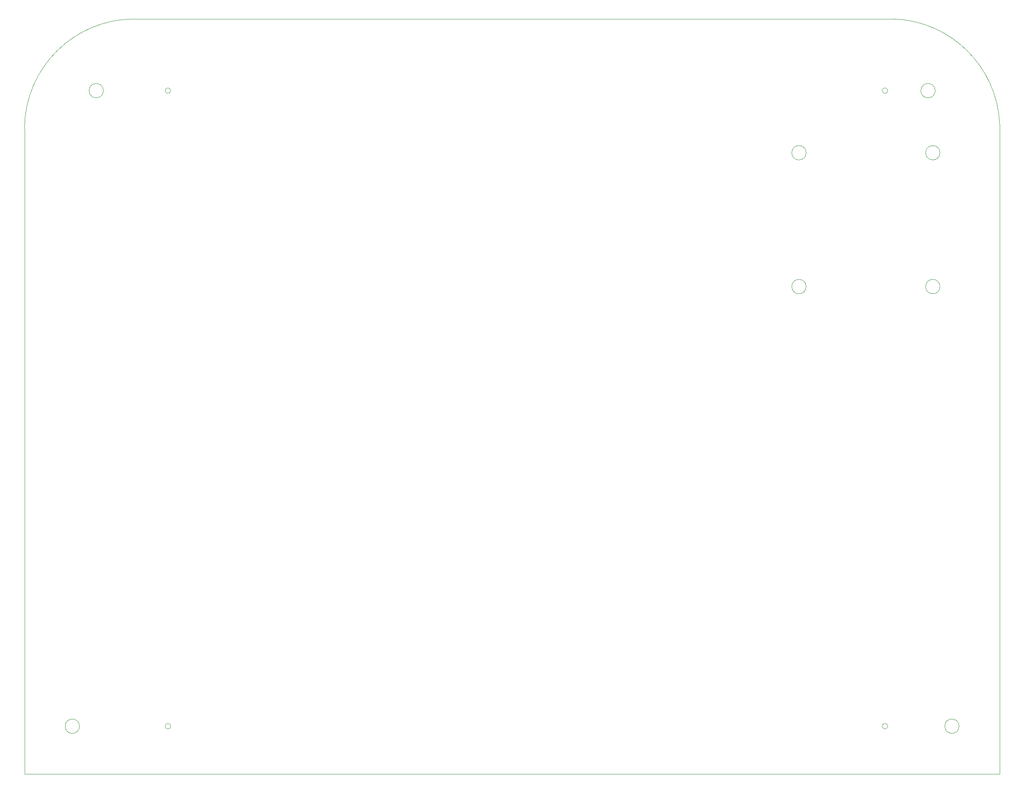
<source format=gbr>
%TF.GenerationSoftware,KiCad,Pcbnew,8.0.3*%
%TF.CreationDate,2024-06-21T22:14:07+02:00*%
%TF.ProjectId,Pilot,50696c6f-742e-46b6-9963-61645f706362,rev?*%
%TF.SameCoordinates,Original*%
%TF.FileFunction,Profile,NP*%
%FSLAX46Y46*%
G04 Gerber Fmt 4.6, Leading zero omitted, Abs format (unit mm)*
G04 Created by KiCad (PCBNEW 8.0.3) date 2024-06-21 22:14:07*
%MOMM*%
%LPD*%
G01*
G04 APERTURE LIST*
%TA.AperFunction,Profile*%
%ADD10C,0.050000*%
%TD*%
G04 APERTURE END LIST*
D10*
X191500000Y-28000000D02*
G75*
G02*
X188500000Y-28000000I-1500000J0D01*
G01*
X188500000Y-28000000D02*
G75*
G02*
X191500000Y-28000000I1500000J0D01*
G01*
X163500000Y-28000000D02*
G75*
G02*
X160500000Y-28000000I-1500000J0D01*
G01*
X160500000Y-28000000D02*
G75*
G02*
X163500000Y-28000000I1500000J0D01*
G01*
X16500000Y-15000000D02*
G75*
G02*
X13500000Y-15000000I-1500000J0D01*
G01*
X13500000Y-15000000D02*
G75*
G02*
X16500000Y-15000000I1500000J0D01*
G01*
X204000000Y-158000000D02*
X0Y-158000000D01*
X0Y-158000000D02*
X0Y-23000000D01*
X191500000Y-56000000D02*
G75*
G02*
X188500000Y-56000000I-1500000J0D01*
G01*
X188500000Y-56000000D02*
G75*
G02*
X191500000Y-56000000I1500000J0D01*
G01*
X182000003Y0D02*
G75*
G02*
X204000000Y-21999997I-1000003J-23000000D01*
G01*
X180576000Y-15000000D02*
G75*
G02*
X179424000Y-15000000I-576000J0D01*
G01*
X179424000Y-15000000D02*
G75*
G02*
X180576000Y-15000000I576000J0D01*
G01*
X30576000Y-148000000D02*
G75*
G02*
X29424000Y-148000000I-576000J0D01*
G01*
X29424000Y-148000000D02*
G75*
G02*
X30576000Y-148000000I576000J0D01*
G01*
X30576000Y-15000000D02*
G75*
G02*
X29424000Y-15000000I-576000J0D01*
G01*
X29424000Y-15000000D02*
G75*
G02*
X30576000Y-15000000I576000J0D01*
G01*
X0Y-23000000D02*
G75*
G02*
X23000000Y0I23000000J0D01*
G01*
X204000000Y-158000000D02*
X204000000Y-21999997D01*
X163500000Y-56000000D02*
G75*
G02*
X160500000Y-56000000I-1500000J0D01*
G01*
X160500000Y-56000000D02*
G75*
G02*
X163500000Y-56000000I1500000J0D01*
G01*
X190500000Y-15000000D02*
G75*
G02*
X187500000Y-15000000I-1500000J0D01*
G01*
X187500000Y-15000000D02*
G75*
G02*
X190500000Y-15000000I1500000J0D01*
G01*
X23000000Y0D02*
X182000003Y0D01*
X11500000Y-148000000D02*
G75*
G02*
X8500000Y-148000000I-1500000J0D01*
G01*
X8500000Y-148000000D02*
G75*
G02*
X11500000Y-148000000I1500000J0D01*
G01*
X180576000Y-148000000D02*
G75*
G02*
X179424000Y-148000000I-576000J0D01*
G01*
X179424000Y-148000000D02*
G75*
G02*
X180576000Y-148000000I576000J0D01*
G01*
X195500000Y-148000000D02*
G75*
G02*
X192500000Y-148000000I-1500000J0D01*
G01*
X192500000Y-148000000D02*
G75*
G02*
X195500000Y-148000000I1500000J0D01*
G01*
M02*

</source>
